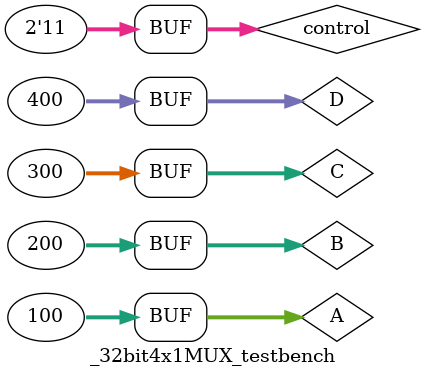
<source format=v>
module _32bit4x1MUX_testbench();
reg [31:0] A, B, C, D;
reg [1:0] control;
wire [31:0] result;

_32bit_4x1MUX x (result, A,B,C,D,control);

initial begin
A = 32'd100;
B = 32'd200;
C = 32'd300;
D = 32'd400;

control = 2'b00;
#20;
control = 2'b01;
#20;
control = 2'b10;
#20;
control = 2'b11;
#20;
end

endmodule
</source>
